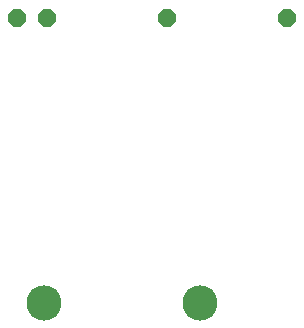
<source format=gbr>
G04 EAGLE Gerber RS-274X export*
G75*
%MOMM*%
%FSLAX34Y34*%
%LPD*%
%INSoldermask Bottom*%
%IPPOS*%
%AMOC8*
5,1,8,0,0,1.08239X$1,22.5*%
G01*
%ADD10C,2.978200*%
%ADD11P,1.649562X8X22.500000*%
%ADD12P,1.649562X8X202.500000*%


D10*
X227550Y94900D03*
X95450Y94900D03*
D11*
X72600Y336200D03*
X98000Y336200D03*
D12*
X301200Y336200D03*
X199600Y336200D03*
M02*

</source>
